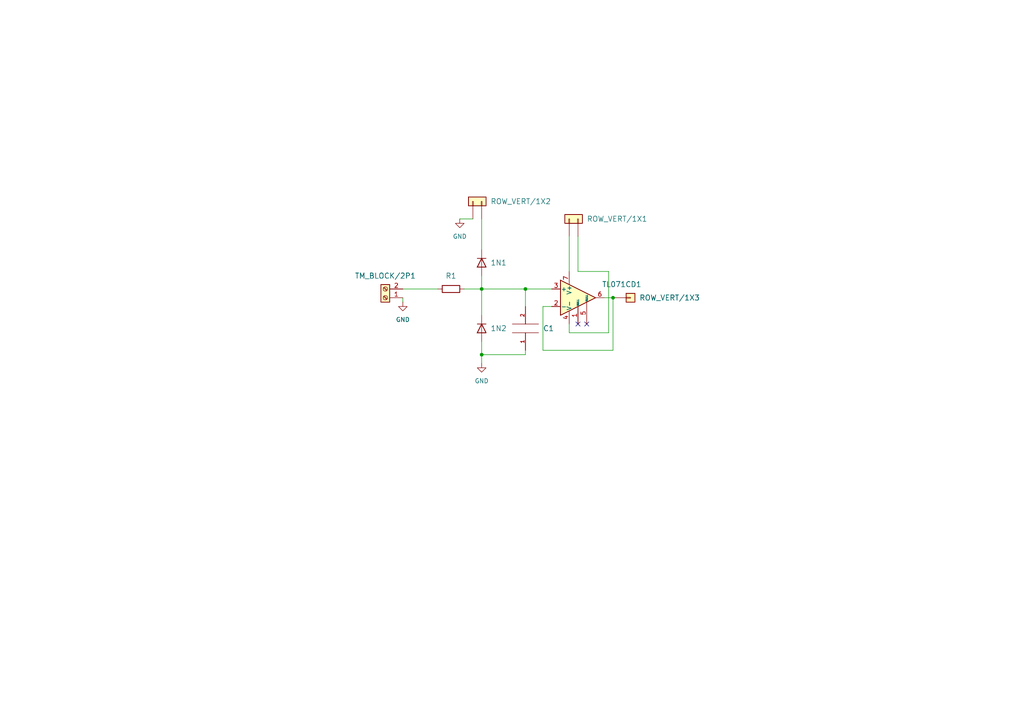
<source format=kicad_sch>
(kicad_sch (version 20250114) (generator "eeschema") (generator_version "9.0")
  (paper "A4")
  (lib_symbols
    (symbol "VAMK_CON:ROW_VERT_1X1" (pin_numbers (hide yes)) (pin_names (offset 0) (hide yes))
      (property "Reference" "ROW_VERT/1X1" (at 17.78 5.08 0))
      (symbol "ROW_VERT_1X1_1_1"
        (rectangle (start -1.27 1.27) (end 1.27 -1.27) (stroke (width 0.254)) (fill (type background)))
        (rectangle (start -1.27 0.127) (end 0 -0.127) (stroke (width 0.1524)))
        (pin passive line (at -5.08 0 0) (length 3.81) (name "Pin_1") (number "1"))
      )
    )
    (symbol "VAMK_CON:ROW_VERT_1X2" (pin_numbers (hide yes)) (pin_names (offset 0) (hide yes))
      (property "Reference" "ROW_VERT/1X2" (at 15.24 5.08 0))
      (symbol "ROW_VERT_1X2_1_1"
        (rectangle (start -1.27 1.27) (end 1.27 -3.81) (stroke (width 0.254)) (fill (type background)))
        (rectangle (start -1.27 0.127) (end 0 -0.127) (stroke (width 0.1524)))
        (rectangle (start -1.27 -2.413) (end 0 -2.667) (stroke (width 0.1524)))
        (pin passive line (at -5.08 0 0) (length 3.81) (name "Pin_1") (number "1"))
        (pin passive line (at -5.08 -2.54 0) (length 3.81) (name "Pin_2") (number "2"))
      )
    )
    (symbol "VAMK_CON:TM_BLOCK_2P" (pin_names (offset 0) (hide yes))
      (property "Reference" "TM_BLOCK/2P" (at 10.16 5.08 0))
      (symbol "TM_BLOCK_2P_1_1"
        (rectangle (start -1.27 1.27) (end 1.27 -3.81) (stroke (width 0.254)) (fill (type background)))
        (polyline (pts (xy -0.5334 0.3302) (xy 0.3302 -0.508)) (stroke (width 0.1524)))
        (polyline (pts (xy -0.5334 -2.2098) (xy 0.3302 -3.048)) (stroke (width 0.1524)))
        (polyline (pts (xy -0.3556 0.508) (xy 0.508 -0.3302)) (stroke (width 0.1524)))
        (polyline (pts (xy -0.3556 -2.032) (xy 0.508 -2.8702)) (stroke (width 0.1524)))
        (circle (center 0 0) (radius 0.635) (stroke (width 0.1524)))
        (circle (center 0 -2.54) (radius 0.635) (stroke (width 0.1524)))
        (pin passive line (at -5.08 0 0) (length 3.81) (name "Pin_1") (number "1"))
        (pin passive line (at -5.08 -2.54 0) (length 3.81) (name "Pin_2") (number "2"))
      )
    )
    (symbol "VAMK_C_SMD:10NF_50V_CER" (pin_names (offset 0))
      (property "Reference" "C" (at 0 7.62 0))
      (symbol "10NF_50V_CER_1_1"
        (polyline (pts (xy -1.27 -3.81) (xy -1.27 3.81)))
        (polyline (pts (xy 1.27 -3.81) (xy 1.27 3.81)))
        (pin passive line (at -6.35 0 0) (length 5.08) (name "~") (number "1"))
        (pin passive line (at 6.35 0 180) (length 5.08) (name "~") (number "2"))
      )
    )
    (symbol "VAMK_D:1N4148" (pin_numbers (hide yes)) (pin_names (offset 0) (hide yes))
      (property "Reference" "1N4148" (at 0 7.62 0))
      (symbol "1N4148_1_1"
        (polyline (pts (xy -1.27 1.27) (xy -1.27 -1.27)) (stroke (width 0.2032)))
        (polyline (pts (xy 1.27 0) (xy -1.27 0)))
        (polyline (pts (xy 1.27 -1.27) (xy 1.27 1.27) (xy -1.27 0) (xy 1.27 -1.27)) (stroke (width 0.254)))
        (pin passive line (at -3.81 0 0) (length 2.54) (name "K") (number "1"))
        (pin passive line (at 3.81 0 180) (length 2.54) (name "A") (number "2"))
      )
    )
    (symbol "VAMK_IC_SMD:TL071CD_SO8" (pin_names (offset 0.1016))
      (property "Reference" "TL071CD" (at 20.32 7.62 0))
      (symbol "TL071CD_SO8_1_1"
        (polyline (pts (xy -5.08 5.08) (xy 5.08 0) (xy -5.08 -5.08) (xy -5.08 5.08)) (stroke (width 0.254)) (fill (type background)))
        (pin input line (at -7.62 2.54 0) (length 2.54) (name "+") (number "3"))
        (pin input line (at -7.62 -2.54 0) (length 2.54) (name "-") (number "2"))
        (pin power_in line (at -2.54 7.62 270) (length 3.81) (name "V+") (number "7"))
        (pin power_in line (at -2.54 -7.62 90) (length 3.81) (name "V-") (number "4"))
        (pin no_connect line (at 0 2.54 270) (length 2.54) (hide yes) (name "NC") (number "8"))
        (pin input line (at 0 -7.62 90) (length 5.08) (name "NULL") (number "1"))
        (pin input line (at 2.54 -7.62 90) (length 6.35) (name "NULL") (number "5"))
        (pin output line (at 7.62 0 180) (length 2.54) (name "~") (number "6"))
      )
    )
    (symbol "VAMK_R_SMD:100R" (pin_numbers (hide yes)) (pin_names (offset 0) (hide yes))
      (property "Reference" "R" (at 0 0 0))
      (symbol "100R_1_1"
        (rectangle (start 2.54 -1.016) (end -2.54 1.016) (stroke (width 0.254)))
        (pin passive line (at -3.81 0 0) (length 1.27) (name "~") (number "1"))
        (pin passive line (at 3.81 0 180) (length 1.27) (name "~") (number "2"))
      )
    )
    (symbol "power:GND" (power) (pin_numbers (hide yes)) (pin_names (offset 0) (hide yes))
      (property "Value" "GND" (at 0 -3.81 0))
      (symbol "GND_0_1"
        (polyline (pts (xy 0 0) (xy 0 -1.27) (xy 1.27 -1.27) (xy 0 -2.54) (xy -1.27 -1.27) (xy 0 -1.27)))
      )
      (symbol "GND_1_1"
        (pin power_in line (at 0 0 270) (length 0) (name "~") (number "1"))
      )
    )
  )
  (junction (at 177.8 86.36))
  (junction (at 139.7 102.87))
  (junction (at 152.4 83.82))
  (junction (at 139.7 83.82))
  (no_connect (at 167.64 93.98))
  (no_connect (at 170.18 93.98))
  (wire (pts (xy 116.84 83.82) (xy 127 83.82)))
  (wire (pts (xy 116.84 86.36) (xy 116.84 87.63)))
  (wire (pts (xy 157.48 88.9) (xy 157.48 101.6)))
  (wire (pts (xy 139.7 63.5) (xy 139.7 72.39)))
  (wire (pts (xy 139.7 102.87) (xy 139.7 105.41)))
  (wire (pts (xy 152.4 88.9) (xy 152.4 83.82)))
  (wire (pts (xy 176.53 96.52) (xy 165.1 96.52)))
  (wire (pts (xy 139.7 99.06) (xy 139.7 102.87)))
  (wire (pts (xy 167.64 78.74) (xy 176.53 78.74)))
  (wire (pts (xy 133.35 63.5) (xy 137.16 63.5)))
  (wire (pts (xy 152.4 101.6) (xy 152.4 102.87)))
  (wire (pts (xy 157.48 101.6) (xy 177.8 101.6)))
  (wire (pts (xy 139.7 80.01) (xy 139.7 83.82)))
  (wire (pts (xy 167.64 68.58) (xy 167.64 78.74)))
  (wire (pts (xy 177.8 101.6) (xy 177.8 86.36)))
  (wire (pts (xy 177.8 86.36) (xy 175.26 86.36)))
  (wire (pts (xy 139.7 102.87) (xy 152.4 102.87)))
  (wire (pts (xy 139.7 83.82) (xy 139.7 91.44)))
  (wire (pts (xy 139.7 83.82) (xy 152.4 83.82)))
  (wire (pts (xy 160.02 88.9) (xy 157.48 88.9)))
  (wire (pts (xy 152.4 83.82) (xy 160.02 83.82)))
  (wire (pts (xy 165.1 96.52) (xy 165.1 93.98)))
  (wire (pts (xy 134.62 83.82) (xy 139.7 83.82)))
  (wire (pts (xy 176.53 78.74) (xy 176.53 96.52)))
  (wire (pts (xy 165.1 68.58) (xy 165.1 78.74)))
  (symbol (lib_id "VAMK_CON:TM_BLOCK_2P") (at 111.76 86.36 180) (unit 1)
    (property "Reference" "TM_BLOCK/2P1" (at 111.76 80.01 0) (effects (font (size 1.524 1.524))))
    (property "Value" "TM_BLOCK_2P" (effects (hide yes)))
    (property "Footprint" "VAMK_CON:TM_BLOCK_2P" (effects (hide yes)))
    (property "Datasheet" "\"\"" (effects (hide yes)))
    (property "Description" "Socket, Power Terminal Block, 2 way" (effects (hide yes)))
    (property "Storing Location" "3.10.3.1" (effects (hide yes)))
    (property "Order Number Elfa" "48-375-06" (effects (hide yes)))
    (property "Order Numer Farnell" "963-2670" (effects (hide yes)))
  )
  (symbol (lib_id "VAMK_IC_SMD:TL071CD_SO8") (at 167.64 86.36 0) (unit 1)
    (property "Reference" "TL071CD1" (at 180.34 82.4798 0) (effects (font (size 1.524 1.524))))
    (property "Value" "TL071CD_SO8" (effects (hide yes)))
    (property "Footprint" "VAMK_IC_SMD:SO8IC" (effects (hide yes)))
    (property "Datasheet" "\"\"" (effects (hide yes)))
    (property "Description" "Op-amp Single, JFET input" (effects (hide yes)))
    (property "Storing Location" "3.8.3.2" (effects (hide yes)))
    (property "Order Number Elfa" "73-300-95" (effects (hide yes)))
    (property "Order Number Farnell" "400622" (effects (hide yes)))
  )
  (symbol (lib_id "VAMK_R_SMD:100R") (at 130.81 83.82 0) (unit 1)
    (property "Reference" "R1" (at 130.81 80.01 0) (effects (font (size 1.524 1.524))))
    (property "Value" "100R" (effects (hide yes)))
    (property "Footprint" "VAMK_R_SMD:1206" (effects (hide yes)))
    (property "Datasheet" "\"\"" (effects (hide yes)))
    (property "Description" "100R/5%/0.125W" (effects (hide yes)))
    (property "Storing Location" "EC6,  SMD station" (effects (hide yes)))
    (property "Tolerance" " +-5%" (effects (hide yes)))
    (property "Order Number Farnell" "613587" (effects (hide yes)))
    (property "Blank Field" "none" (effects (hide yes)))
  )
  (symbol (lib_id "power:GND") (at 139.7 105.41 0) (unit 1)
    (property "Reference" "#PWR01" (effects (hide yes)))
    (property "Value" "GND" (at 139.7 110.49 0))
    (property "Description" "Power symbol creates a global label with name \"GND\" , ground" (effects (hide yes)))
  )
  (symbol (lib_id "VAMK_D:1N4148") (at 139.7 76.2 270) (unit 1)
    (property "Reference" "1N1" (at 142.24 76.1999 90) (effects (font (size 1.524 1.524)) (justify left)))
    (property "Value" "1N4148" (effects (hide yes)))
    (property "Footprint" "VAMK_D:DO41" (effects (hide yes)))
    (property "Datasheet" "\"\"" (effects (hide yes)))
    (property "Description" "High-speed diodes" (effects (hide yes)))
    (property "Order Number Farnell" "9565124" (effects (hide yes)))
    (property "Blank Field" "none" (effects (hide yes)))
    (property "Voltage Rating" "75V" (effects (hide yes)))
    (property "Order Number Elfa" "70-005-57" (effects (hide yes)))
  )
  (symbol (lib_id "power:GND") (at 133.35 63.5 0) (unit 1)
    (property "Reference" "#PWR03" (effects (hide yes)))
    (property "Value" "GND" (at 133.35 68.58 0))
    (property "Description" "Power symbol creates a global label with name \"GND\" , ground" (effects (hide yes)))
  )
  (symbol (lib_id "VAMK_CON:ROW_VERT_1X2") (at 137.16 58.42 90) (unit 1)
    (property "Reference" "ROW_VERT/1X2" (at 142.24 58.4199 90) (effects (font (size 1.524 1.524)) (justify right)))
    (property "Value" "ROW_VERT_1X2" (effects (hide yes)))
    (property "Footprint" "VAMK_CON:ROW_VERT_1x2" (effects (hide yes)))
    (property "Datasheet" "\"\"" (effects (hide yes)))
    (property "Description" "Plug, Vertical Row Header" (effects (hide yes)))
    (property "Storing Location" "3.10.1.X" (effects (hide yes)))
    (property "Order Number Elfa" "43-702-19" (effects (hide yes)))
    (property "Order Numer Farnell" "329-1807" (effects (hide yes)))
  )
  (symbol (lib_id "VAMK_CON:ROW_VERT_1X2") (at 165.1 63.5 90) (unit 1)
    (property "Reference" "ROW_VERT/1X1" (at 170.18 63.4999 90) (effects (font (size 1.524 1.524)) (justify right)))
    (property "Value" "ROW_VERT_1X2" (effects (hide yes)))
    (property "Footprint" "VAMK_CON:ROW_VERT_1x2" (effects (hide yes)))
    (property "Datasheet" "\"\"" (effects (hide yes)))
    (property "Description" "Plug, Vertical Row Header" (effects (hide yes)))
    (property "Storing Location" "3.10.1.X" (effects (hide yes)))
    (property "Order Number Elfa" "43-702-19" (effects (hide yes)))
    (property "Order Numer Farnell" "329-1807" (effects (hide yes)))
  )
  (symbol (lib_id "VAMK_C_SMD:10NF_50V_CER") (at 152.4 95.25 90) (unit 1)
    (property "Reference" "C1" (at 157.48 95.2499 90) (effects (font (size 1.524 1.524)) (justify right)))
    (property "Value" "10NF_50V_CER" (effects (hide yes)))
    (property "Footprint" "VAMK_C_SMD:C1206" (effects (hide yes)))
    (property "Datasheet" "\"\"" (effects (hide yes)))
    (property "Description" "Multilayer ceramic SMD capacitor" (effects (hide yes)))
    (property "Storing Location" " EC6, SMD station" (effects (hide yes)))
    (property "Tolerance" " +-10%" (effects (hide yes)))
    (property "Order Number Elfa" "65-775-63" (effects (hide yes)))
    (property "Prototype Name" "10n" (effects (hide yes)))
  )
  (symbol (lib_id "VAMK_D:1N4148") (at 139.7 95.25 270) (unit 1)
    (property "Reference" "1N2" (at 142.24 95.2499 90) (effects (font (size 1.524 1.524)) (justify left)))
    (property "Value" "1N4148" (effects (hide yes)))
    (property "Footprint" "VAMK_D:DO41" (effects (hide yes)))
    (property "Datasheet" "\"\"" (effects (hide yes)))
    (property "Description" "High-speed diodes" (effects (hide yes)))
    (property "Order Number Farnell" "9565124" (effects (hide yes)))
    (property "Blank Field" "none" (effects (hide yes)))
    (property "Voltage Rating" "75V" (effects (hide yes)))
    (property "Order Number Elfa" "70-005-57" (effects (hide yes)))
  )
  (symbol (lib_id "power:GND") (at 116.84 87.63 0) (unit 1)
    (property "Reference" "#PWR02" (effects (hide yes)))
    (property "Value" "GND" (at 116.84 92.71 0))
    (property "Description" "Power symbol creates a global label with name \"GND\" , ground" (effects (hide yes)))
  )
  (symbol (lib_id "VAMK_CON:ROW_VERT_1X1") (at 182.88 86.36 0) (unit 1)
    (property "Reference" "ROW_VERT/1X3" (at 185.42 86.3599 0) (effects (font (size 1.524 1.524)) (justify left)))
    (property "Value" "ROW_VERT_1X1" (effects (hide yes)))
    (property "Footprint" "VAMK_CON:ROW_VERT_1x1" (effects (hide yes)))
    (property "Datasheet" "\"\"" (effects (hide yes)))
    (property "Description" "Plug, Vertical Row Header" (effects (hide yes)))
    (property "Storing Location" "3.10.1.X" (effects (hide yes)))
    (property "Order Number Elfa" "43-702-19" (effects (hide yes)))
    (property "Order Numer Farnell" "329-1807" (effects (hide yes)))
  )
)
</source>
